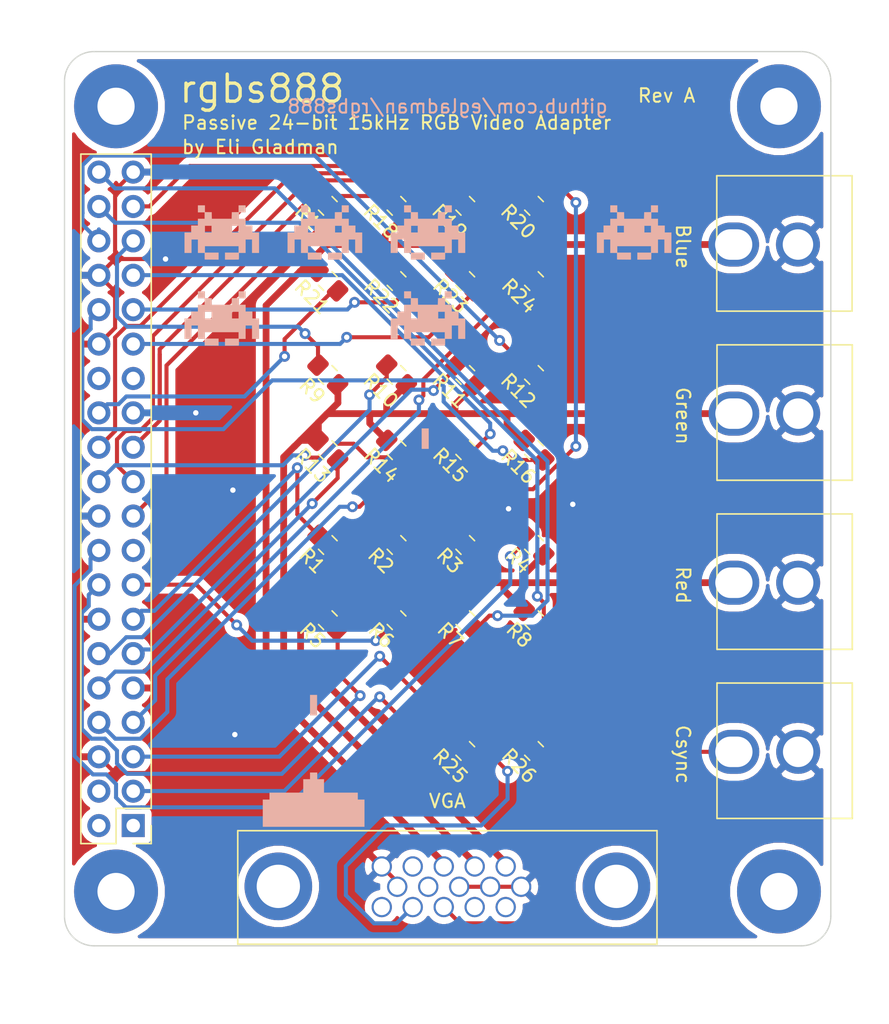
<source format=kicad_pcb>
(kicad_pcb (version 20171130) (host pcbnew 5.1.6-1.fc32)
  (layers (0 F.Cu signal) (31 B.Cu signal) (34 B.Paste user) (35 F.Paste user) (36 B.SilkS user) (37 F.SilkS user) (38 B.Mask user) (39 F.Mask user) (44 Edge.Cuts user))
  (net 0 "")
  (net 1 Earth)
  (net 2 /red[6])
  (net 3 /red[5])
  (net 4 /red[1])
  (net 5 /red[4])
  (net 6 /green[4])
  (net 7 /green[3])
  (net 8 /blue[3])
  (net 9 /blue[2])
  (net 10 /blue[4])
  (net 11 /blue[5])
  (net 12 /green[2])
  (net 13 /blue[6])
  (net 14 /green[1])
  (net 15 /red[3])
  (net 16 /red[2])
  (net 17 /green[6])
  (net 18 /green[5])
  (net 19 /blue[1])
  (net 20 /pi_hsync)
  (net 21 /pi_vsync)
  (net 22 +5V)
  (net 23 /red)
  (net 24 /green)
  (net 25 /blue)
  (net 26 /hsync)
  (net 27 /red[0])
  (net 28 /green[7])
  (net 29 /green[0])
  (net 30 "Net-(J6-Pad28)")
  (net 31 "Net-(J6-Pad27)")
  (net 32 /blue[7])
  (net 33 "Net-(J6-Pad17)")
  (net 34 /red[7])
  (net 35 /blue[0])
  (net 36 "Net-(J6-Pad4)")
  (net 37 "Net-(J6-Pad1)")
  (net 38 /vsync)
  (net 39 "Net-(J5-Pad15)")
  (net 40 "Net-(J5-Pad12)")
  (net 41 "Net-(J5-Pad11)")
  (net 42 "Net-(J5-Pad9)")
  (net 43 "Net-(J5-Pad4)")
  (module rgbs888:laser (layer B.Cu) (at 94.615 118.11 180)
    (fp_text reference G*** hide)
    (fp_text value LOGO hide)
  )
  (module rgbs888:laser (layer B.Cu) (at 102.87 98.425 180)
    (fp_text reference G*** hide)
    (fp_text value LOGO hide)
  )
  (module rgbs888:alien (layer B.Cu) (at 103.0732 89.5604 180)
    (fp_text reference G*** hide)
    (fp_text value LOGO hide)
  )
  (module rgbs888:alien (layer B.Cu) (at 87.8332 89.5604 180)
    (fp_text reference G*** hide)
    (fp_text value LOGO hide)
  )
  (module rgbs888:alien (layer B.Cu) (at 87.8332 83.2104 180)
    (fp_text reference G*** hide)
    (fp_text value LOGO hide)
  )
  (module rgbs888:alien (layer B.Cu) (at 95.4532 83.2104 180)
    (fp_text reference G*** hide)
    (fp_text value LOGO hide)
  )
  (module rgbs888:alien (layer B.Cu) (at 118.3132 83.2104 180)
    (fp_text reference G*** hide)
    (fp_text value LOGO hide)
  )
  (module rgbs888:alien (layer B.Cu) (at 103.0732 83.2104 180)
    (fp_text reference G*** hide)
    (fp_text value LOGO hide)
  )
  (module rgbs888:cannon (layer B.Cu) (at 94.615 125.095 180)
    (fp_text reference G*** hide)
    (fp_text value LOGO hide)
  )
  (module rgbs888:DB15_Female_THT (layer F.Cu) (at 104.5 134.5)
    (fp_text reference J5 hide)
    (fp_text value VGA (at 0 -9.3 180) (layer F.SilkS))
    (pad 15 thru_hole circle (at -4.84886 -1.47066) (size 1.5 1.5) (drill 1.19) (layers *.Cu *.Mask) (net 39 "Net-(J5-Pad15)"))
    (pad 14 thru_hole circle (at -2.56032 -1.47066) (size 1.5 1.5) (drill 1.19) (layers *.Cu *.Mask) (net 38 /vsync))
    (pad 13 thru_hole circle (at -0.26924 -1.4732) (size 1.5 1.5) (drill 1.19) (layers *.Cu *.Mask) (net 26 /hsync))
    (pad 12 thru_hole circle (at 2.0193 -1.47066) (size 1.5 1.5) (drill 1.19) (layers *.Cu *.Mask) (net 40 "Net-(J5-Pad12)"))
    (pad 11 thru_hole circle (at 4.31038 -1.47066) (size 1.5 1.5) (drill 1.19) (layers *.Cu *.Mask) (net 41 "Net-(J5-Pad11)"))
    (pad 10 thru_hole circle (at -3.70586 -2.9718) (size 1.5 1.5) (drill 1.19) (layers *.Cu *.Mask) (net 1 Earth))
    (pad "" thru_hole circle (at -12.49426 -3) (size 5 5) (drill 3.2) (layers *.Cu *.Mask))
    (pad 6 thru_hole circle (at 5.45592 -2.9718) (size 1.5 1.5) (drill 1.19) (layers *.Cu *.Mask) (net 1 Earth))
    (pad 7 thru_hole circle (at 3.16484 -2.9718) (size 1.5 1.5) (drill 1.19) (layers *.Cu *.Mask) (net 1 Earth))
    (pad 8 thru_hole circle (at 0.87376 -2.9718) (size 1.5 1.5) (drill 1.19) (layers *.Cu *.Mask) (net 1 Earth))
    (pad 9 thru_hole circle (at -1.41478 -2.9718) (size 1.5 1.5) (drill 1.19) (layers *.Cu *.Mask) (net 42 "Net-(J5-Pad9)"))
    (pad 5 thru_hole circle (at -4.84886 -4.4704) (size 1.5 1.5) (drill 1.19) (layers *.Cu *.Mask) (net 1 Earth))
    (pad 4 thru_hole circle (at -2.56032 -4.4704) (size 1.5 1.5) (drill 1.19) (layers *.Cu *.Mask) (net 43 "Net-(J5-Pad4)"))
    (pad 1 thru_hole circle (at 4.31038 -4.4704) (size 1.5 1.5) (drill 1.19) (layers *.Cu *.Mask) (net 23 /red))
    (pad 2 thru_hole circle (at 2.0193 -4.4704) (size 1.5 1.5) (drill 1.19) (layers *.Cu *.Mask) (net 24 /green))
    (pad 3 thru_hole circle (at -0.2667 -4.4704) (size 1.5 1.5) (drill 1.19) (layers *.Cu *.Mask) (net 25 /blue))
    (pad "" thru_hole circle (at 12.49426 -3) (size 5 5) (drill 3.2) (layers *.Cu *.Mask))
  )
  (module rgbs888:Pi_Hat_Mounting_Hole (layer F.Cu) (at 80.01 73.89 135)
    (fp_text reference H1 (at 0 -0.03 135) (layer F.SilkS))
    (fp_text value MountingHole)
    (pad "" thru_hole circle (at 0 0 135) (size 6.2 6.2) (drill 2.75) (layers *.Cu *.Mask))
  )
  (module rgbs888:Pi_Hat_Mounting_Hole (layer F.Cu) (at 129.01 73.89 135)
    (fp_text reference H3 (at 0.022 -0.03 135) (layer F.SilkS))
    (fp_text value MountingHole)
    (pad "" thru_hole circle (at 0 0 135) (size 6.2 6.2) (drill 2.75) (layers *.Cu *.Mask))
  )
  (module rgbs888:Pi_Hat_Mounting_Hole (layer F.Cu) (at 129.01 131.88 135)
    (fp_text reference H4 (at 0 0.254 135) (layer F.SilkS))
    (fp_text value MountingHole)
    (pad "" thru_hole circle (at 0 0 135) (size 6.2 6.2) (drill 2.75) (layers *.Cu *.Mask))
  )
  (module rgbs888:Pi_Hat_Mounting_Hole (layer F.Cu) (at 80.01 131.88 135)
    (fp_text reference H2 (at 0 0 135) (layer F.SilkS))
    (fp_text value MountingHole)
    (pad "" thru_hole circle (at 0 0 135) (size 6.2 6.2) (drill 2.75) (layers *.Cu *.Mask))
  )
  (module Resistor_SMD:R_0805_2012Metric_Pad1.15x1.40mm_HandSolder (layer F.Cu) (at 110.903 121.5 315)
    (fp_text reference R26 (at 0 1.553 135) (layer F.SilkS))
    (fp_text value 120)
    (pad 2 smd roundrect (at 1.025 0 315) (size 1.15 1.4) (layers F.Cu F.Paste F.Mask) (roundrect_rratio 0.217391) (net 20 /pi_hsync))
    (pad 1 smd roundrect (at -1.025 0 315) (size 1.15 1.4) (layers F.Cu F.Paste F.Mask) (roundrect_rratio 0.217391) (net 26 /hsync))
  )
  (module Resistor_SMD:R_0805_2012Metric_Pad1.15x1.40mm_HandSolder (layer F.Cu) (at 105.823 121.5 315)
    (fp_text reference R25 (at 0 1.573 135) (layer F.SilkS))
    (fp_text value 120)
    (pad 2 smd roundrect (at 1.025 0 315) (size 1.15 1.4) (layers F.Cu F.Paste F.Mask) (roundrect_rratio 0.217391) (net 21 /pi_vsync))
    (pad 1 smd roundrect (at -1.025 0 315) (size 1.15 1.4) (layers F.Cu F.Paste F.Mask) (roundrect_rratio 0.217391) (net 38 /vsync))
  )
  (module Resistor_SMD:R_0805_2012Metric_Pad1.15x1.40mm_HandSolder (layer F.Cu) (at 110.903 86.797 315)
    (fp_text reference R24 (at 0 1.553 135) (layer F.SilkS))
    (fp_text value 71K5)
    (pad 2 smd roundrect (at 1.025 0 315) (size 1.15 1.4) (layers F.Cu F.Paste F.Mask) (roundrect_rratio 0.217391) (net 35 /blue[0]))
    (pad 1 smd roundrect (at -1.025 0 315) (size 1.15 1.4) (layers F.Cu F.Paste F.Mask) (roundrect_rratio 0.217391) (net 25 /blue))
  )
  (module Resistor_SMD:R_0805_2012Metric_Pad1.15x1.40mm_HandSolder (layer F.Cu) (at 105.823 86.797 315)
    (fp_text reference R23 (at 0 1.573 135) (layer F.SilkS))
    (fp_text value 35K7)
    (pad 2 smd roundrect (at 1.025 0 315) (size 1.15 1.4) (layers F.Cu F.Paste F.Mask) (roundrect_rratio 0.217391) (net 19 /blue[1]))
    (pad 1 smd roundrect (at -1.025 0 315) (size 1.15 1.4) (layers F.Cu F.Paste F.Mask) (roundrect_rratio 0.217391) (net 25 /blue))
  )
  (module Resistor_SMD:R_0805_2012Metric_Pad1.15x1.40mm_HandSolder (layer F.Cu) (at 100.743 86.797 315)
    (fp_text reference R22 (at 0 1.593 135) (layer F.SilkS))
    (fp_text value 17K8)
    (pad 2 smd roundrect (at 1.025 0 315) (size 1.15 1.4) (layers F.Cu F.Paste F.Mask) (roundrect_rratio 0.217391) (net 9 /blue[2]))
    (pad 1 smd roundrect (at -1.025 0 315) (size 1.15 1.4) (layers F.Cu F.Paste F.Mask) (roundrect_rratio 0.217391) (net 25 /blue))
  )
  (module Resistor_SMD:R_0805_2012Metric_Pad1.15x1.40mm_HandSolder (layer F.Cu) (at 95.663 86.797 315)
    (fp_text reference R21 (at 0 1.663001 135) (layer F.SilkS))
    (fp_text value 8K87)
    (pad 2 smd roundrect (at 1.025 0 315) (size 1.15 1.4) (layers F.Cu F.Paste F.Mask) (roundrect_rratio 0.217391) (net 8 /blue[3]))
    (pad 1 smd roundrect (at -1.025 0 315) (size 1.15 1.4) (layers F.Cu F.Paste F.Mask) (roundrect_rratio 0.217391) (net 25 /blue))
  )
  (module Resistor_SMD:R_0805_2012Metric_Pad1.15x1.40mm_HandSolder (layer F.Cu) (at 110.903 81.242 135)
    (fp_text reference R20 (at 0 -1.65 135) (layer F.SilkS))
    (fp_text value 4K42)
    (pad 2 smd roundrect (at 1.025 0 135) (size 1.15 1.4) (layers F.Cu F.Paste F.Mask) (roundrect_rratio 0.217391) (net 10 /blue[4]))
    (pad 1 smd roundrect (at -1.025 0 135) (size 1.15 1.4) (layers F.Cu F.Paste F.Mask) (roundrect_rratio 0.217391) (net 25 /blue))
  )
  (module Resistor_SMD:R_0805_2012Metric_Pad1.15x1.40mm_HandSolder (layer F.Cu) (at 105.823 81.242 135)
    (fp_text reference R19 (at 0 -1.65 135) (layer F.SilkS))
    (fp_text value 2K21)
    (pad 2 smd roundrect (at 1.025 0 135) (size 1.15 1.4) (layers F.Cu F.Paste F.Mask) (roundrect_rratio 0.217391) (net 11 /blue[5]))
    (pad 1 smd roundrect (at -1.025 0 135) (size 1.15 1.4) (layers F.Cu F.Paste F.Mask) (roundrect_rratio 0.217391) (net 25 /blue))
  )
  (module Resistor_SMD:R_0805_2012Metric_Pad1.15x1.40mm_HandSolder (layer F.Cu) (at 100.743 81.242 135)
    (fp_text reference R18 (at 0 -1.65 135) (layer F.SilkS))
    (fp_text value 1K1)
    (pad 2 smd roundrect (at 1.025 0 135) (size 1.15 1.4) (layers F.Cu F.Paste F.Mask) (roundrect_rratio 0.217391) (net 13 /blue[6]))
    (pad 1 smd roundrect (at -1.025 0 135) (size 1.15 1.4) (layers F.Cu F.Paste F.Mask) (roundrect_rratio 0.217391) (net 25 /blue))
  )
  (module Resistor_SMD:R_0805_2012Metric_Pad1.15x1.40mm_HandSolder (layer F.Cu) (at 95.663 81.242 135)
    (fp_text reference R17 (at 0 -1.65 135) (layer F.SilkS))
    (fp_text value 549)
    (pad 2 smd roundrect (at 1.025 0 135) (size 1.15 1.4) (layers F.Cu F.Paste F.Mask) (roundrect_rratio 0.217391) (net 32 /blue[7]))
    (pad 1 smd roundrect (at -1.025 0 135) (size 1.15 1.4) (layers F.Cu F.Paste F.Mask) (roundrect_rratio 0.217391) (net 25 /blue))
  )
  (module Resistor_SMD:R_0805_2012Metric_Pad1.15x1.40mm_HandSolder (layer F.Cu) (at 110.903 99.286 315)
    (fp_text reference R16 (at 0.043134 1.673722 135) (layer F.SilkS))
    (fp_text value 71K5)
    (pad 2 smd roundrect (at 1.025 0 315) (size 1.15 1.4) (layers F.Cu F.Paste F.Mask) (roundrect_rratio 0.217391) (net 29 /green[0]))
    (pad 1 smd roundrect (at -1.025 0 315) (size 1.15 1.4) (layers F.Cu F.Paste F.Mask) (roundrect_rratio 0.217391) (net 24 /green))
  )
  (module Resistor_SMD:R_0805_2012Metric_Pad1.15x1.40mm_HandSolder (layer F.Cu) (at 105.823 99.286 315)
    (fp_text reference R15 (at 0 1.573 135) (layer F.SilkS))
    (fp_text value 35K7)
    (pad 2 smd roundrect (at 1.025 0 315) (size 1.15 1.4) (layers F.Cu F.Paste F.Mask) (roundrect_rratio 0.217391) (net 14 /green[1]))
    (pad 1 smd roundrect (at -1.025 0 315) (size 1.15 1.4) (layers F.Cu F.Paste F.Mask) (roundrect_rratio 0.217391) (net 24 /green))
  )
  (module Resistor_SMD:R_0805_2012Metric_Pad1.15x1.40mm_HandSolder (layer F.Cu) (at 100.743 99.286 315)
    (fp_text reference R14 (at 0 1.593 135) (layer F.SilkS))
    (fp_text value 17K8)
    (pad 2 smd roundrect (at 1.025 0 315) (size 1.15 1.4) (layers F.Cu F.Paste F.Mask) (roundrect_rratio 0.217391) (net 12 /green[2]))
    (pad 1 smd roundrect (at -1.025 0 315) (size 1.15 1.4) (layers F.Cu F.Paste F.Mask) (roundrect_rratio 0.217391) (net 24 /green))
  )
  (module Resistor_SMD:R_0805_2012Metric_Pad1.15x1.40mm_HandSolder (layer F.Cu) (at 95.663 99.286 315)
    (fp_text reference R13 (at 0 1.613 135) (layer F.SilkS))
    (fp_text value 8K87)
    (pad 2 smd roundrect (at 1.025 0 315) (size 1.15 1.4) (layers F.Cu F.Paste F.Mask) (roundrect_rratio 0.217391) (net 7 /green[3]))
    (pad 1 smd roundrect (at -1.025 0 315) (size 1.15 1.4) (layers F.Cu F.Paste F.Mask) (roundrect_rratio 0.217391) (net 24 /green))
  )
  (module Resistor_SMD:R_0805_2012Metric_Pad1.15x1.40mm_HandSolder (layer F.Cu) (at 110.903 93.731 135)
    (fp_text reference R12 (at 0 -1.65 135) (layer F.SilkS))
    (fp_text value 4K42)
    (pad 2 smd roundrect (at 1.025 0 135) (size 1.15 1.4) (layers F.Cu F.Paste F.Mask) (roundrect_rratio 0.217391) (net 6 /green[4]))
    (pad 1 smd roundrect (at -1.025 0 135) (size 1.15 1.4) (layers F.Cu F.Paste F.Mask) (roundrect_rratio 0.217391) (net 24 /green))
  )
  (module Resistor_SMD:R_0805_2012Metric_Pad1.15x1.40mm_HandSolder (layer F.Cu) (at 105.823 93.731 135)
    (fp_text reference R11 (at 0 -1.65 135) (layer F.SilkS))
    (fp_text value 2K21)
    (pad 2 smd roundrect (at 1.025 0 135) (size 1.15 1.4) (layers F.Cu F.Paste F.Mask) (roundrect_rratio 0.217391) (net 18 /green[5]))
    (pad 1 smd roundrect (at -1.025 0 135) (size 1.15 1.4) (layers F.Cu F.Paste F.Mask) (roundrect_rratio 0.217391) (net 24 /green))
  )
  (module Resistor_SMD:R_0805_2012Metric_Pad1.15x1.40mm_HandSolder (layer F.Cu) (at 100.743 93.731 135)
    (fp_text reference R10 (at 0 -1.65 135) (layer F.SilkS))
    (fp_text value 1K1)
    (pad 2 smd roundrect (at 1.025 0 135) (size 1.15 1.4) (layers F.Cu F.Paste F.Mask) (roundrect_rratio 0.217391) (net 17 /green[6]))
    (pad 1 smd roundrect (at -1.025 0 135) (size 1.15 1.4) (layers F.Cu F.Paste F.Mask) (roundrect_rratio 0.217391) (net 24 /green))
  )
  (module Resistor_SMD:R_0805_2012Metric_Pad1.15x1.40mm_HandSolder (layer F.Cu) (at 95.663 93.731 135)
    (fp_text reference R9 (at 0 -1.65 135) (layer F.SilkS))
    (fp_text value 549)
    (pad 2 smd roundrect (at 1.025 0 135) (size 1.15 1.4) (layers F.Cu F.Paste F.Mask) (roundrect_rratio 0.217391) (net 28 /green[7]))
    (pad 1 smd roundrect (at -1.025 0 135) (size 1.15 1.4) (layers F.Cu F.Paste F.Mask) (roundrect_rratio 0.217391) (net 24 /green))
  )
  (module Resistor_SMD:R_0805_2012Metric_Pad1.15x1.40mm_HandSolder (layer F.Cu) (at 110.903 111.843 315)
    (fp_text reference R8 (at 0 1.553 135) (layer F.SilkS))
    (fp_text value 71K5)
    (pad 2 smd roundrect (at 1.025 0 315) (size 1.15 1.4) (layers F.Cu F.Paste F.Mask) (roundrect_rratio 0.217391) (net 27 /red[0]))
    (pad 1 smd roundrect (at -1.025 0 315) (size 1.15 1.4) (layers F.Cu F.Paste F.Mask) (roundrect_rratio 0.217391) (net 23 /red))
  )
  (module Resistor_SMD:R_0805_2012Metric_Pad1.15x1.40mm_HandSolder (layer F.Cu) (at 105.823 111.843 315)
    (fp_text reference R7 (at 0 1.573 135) (layer F.SilkS))
    (fp_text value 35K7)
    (pad 2 smd roundrect (at 1.025 0 315) (size 1.15 1.4) (layers F.Cu F.Paste F.Mask) (roundrect_rratio 0.217391) (net 4 /red[1]))
    (pad 1 smd roundrect (at -1.025 0 315) (size 1.15 1.4) (layers F.Cu F.Paste F.Mask) (roundrect_rratio 0.217391) (net 23 /red))
  )
  (module Resistor_SMD:R_0805_2012Metric_Pad1.15x1.40mm_HandSolder (layer F.Cu) (at 100.743 111.843 315)
    (fp_text reference R6 (at 0 1.593 135) (layer F.SilkS))
    (fp_text value 17K8)
    (pad 2 smd roundrect (at 1.025 0 315) (size 1.15 1.4) (layers F.Cu F.Paste F.Mask) (roundrect_rratio 0.217391) (net 16 /red[2]))
    (pad 1 smd roundrect (at -1.025 0 315) (size 1.15 1.4) (layers F.Cu F.Paste F.Mask) (roundrect_rratio 0.217391) (net 23 /red))
  )
  (module Resistor_SMD:R_0805_2012Metric_Pad1.15x1.40mm_HandSolder (layer F.Cu) (at 95.663 111.843 315)
    (fp_text reference R5 (at 0 1.613 135) (layer F.SilkS))
    (fp_text value 8K87)
    (pad 2 smd roundrect (at 1.025 0 315) (size 1.15 1.4) (layers F.Cu F.Paste F.Mask) (roundrect_rratio 0.217391) (net 15 /red[3]))
    (pad 1 smd roundrect (at -1.025 0 315) (size 1.15 1.4) (layers F.Cu F.Paste F.Mask) (roundrect_rratio 0.217391) (net 23 /red))
  )
  (module Resistor_SMD:R_0805_2012Metric_Pad1.15x1.40mm_HandSolder (layer F.Cu) (at 110.903 106.288 135)
    (fp_text reference R4 (at 0 -1.65 135) (layer F.SilkS))
    (fp_text value 4K42)
    (pad 2 smd roundrect (at 1.025 0 135) (size 1.15 1.4) (layers F.Cu F.Paste F.Mask) (roundrect_rratio 0.217391) (net 5 /red[4]))
    (pad 1 smd roundrect (at -1.025 0 135) (size 1.15 1.4) (layers F.Cu F.Paste F.Mask) (roundrect_rratio 0.217391) (net 23 /red))
  )
  (module Resistor_SMD:R_0805_2012Metric_Pad1.15x1.40mm_HandSolder (layer F.Cu) (at 105.823 106.288 135)
    (fp_text reference R3 (at 0 -1.65 135) (layer F.SilkS))
    (fp_text value 2K21)
    (pad 2 smd roundrect (at 1.025 0 135) (size 1.15 1.4) (layers F.Cu F.Paste F.Mask) (roundrect_rratio 0.217391) (net 3 /red[5]))
    (pad 1 smd roundrect (at -1.025 0 135) (size 1.15 1.4) (layers F.Cu F.Paste F.Mask) (roundrect_rratio 0.217391) (net 23 /red))
  )
  (module Resistor_SMD:R_0805_2012Metric_Pad1.15x1.40mm_HandSolder (layer F.Cu) (at 100.743 106.288 135)
    (fp_text reference R2 (at 0 -1.65 135) (layer F.SilkS))
    (fp_text value 1K1)
    (pad 2 smd roundrect (at 1.025 0 135) (size 1.15 1.4) (layers F.Cu F.Paste F.Mask) (roundrect_rratio 0.217391) (net 2 /red[6]))
    (pad 1 smd roundrect (at -1.025 0 135) (size 1.15 1.4) (layers F.Cu F.Paste F.Mask) (roundrect_rratio 0.217391) (net 23 /red))
  )
  (module Resistor_SMD:R_0805_2012Metric_Pad1.15x1.40mm_HandSolder (layer F.Cu) (at 95.663 106.288 135)
    (fp_text reference R1 (at 0 -1.65 135) (layer F.SilkS))
    (fp_text value 549)
    (pad 2 smd roundrect (at 1.025 0 135) (size 1.15 1.4) (layers F.Cu F.Paste F.Mask) (roundrect_rratio 0.217391) (net 34 /red[7]))
    (pad 1 smd roundrect (at -1.025 0 135) (size 1.15 1.4) (layers F.Cu F.Paste F.Mask) (roundrect_rratio 0.217391) (net 23 /red))
  )
  (module rgbs888:RCA_Female_THT-1_Horizontal (layer F.Cu) (at 129.429 121.564 180)
    (fp_text reference J4 hide)
    (fp_text value Conn_Coaxial)
    (pad 1 thru_hole oval (at 3.75 0 180) (size 3.75 3.25) (drill oval 2.75 2.25) (layers *.Cu *.Mask) (net 26 /hsync))
    (pad 2 thru_hole circle (at -1 0 180) (size 3.25 3.25) (drill 2.25) (layers *.Cu *.Mask) (net 1 Earth))
  )
  (module rgbs888:RCA_Female_THT-1_Horizontal (layer F.Cu) (at 129.413 84.0994 180)
    (fp_text reference J3 hide)
    (fp_text value Conn_Coaxial)
    (pad 1 thru_hole oval (at 3.75 0 180) (size 3.75 3.25) (drill oval 2.75 2.25) (layers *.Cu *.Mask) (net 25 /blue))
    (pad 2 thru_hole circle (at -1 0 180) (size 3.25 3.25) (drill 2.25) (layers *.Cu *.Mask) (net 1 Earth))
  )
  (module rgbs888:RCA_Female_THT-1_Horizontal (layer F.Cu) (at 129.429 96.5877 180)
    (fp_text reference J2 hide)
    (fp_text value Conn_Coaxial)
    (pad 1 thru_hole oval (at 3.75 0 180) (size 3.75 3.25) (drill oval 2.75 2.25) (layers *.Cu *.Mask) (net 24 /green))
    (pad 2 thru_hole circle (at -1 0 180) (size 3.25 3.25) (drill 2.25) (layers *.Cu *.Mask) (net 1 Earth))
  )
  (module rgbs888:RCA_Female_THT-1_Horizontal (layer F.Cu) (at 129.429 109.076 180)
    (fp_text reference J1 hide)
    (fp_text value Conn_Coaxial)
    (pad 1 thru_hole oval (at 3.75 0 180) (size 3.75 3.25) (drill oval 2.75 2.25) (layers *.Cu *.Mask) (net 23 /red))
    (pad 2 thru_hole circle (at -1 0 180) (size 3.25 3.25) (drill 2.25) (layers *.Cu *.Mask) (net 1 Earth))
  )
  (module Connector_PinHeader_2.54mm:PinHeader_2x20_P2.54mm_Vertical (layer F.Cu) (at 81.28 127.01 180)
    (fp_text reference J6 hide)
    (fp_text value Conn_02x20_Odd_Even)
    (pad 40 thru_hole oval (at 2.54 48.26 180) (size 1.7 1.7) (drill 1) (layers *.Cu *.Mask) (net 4 /red[1]))
    (pad 39 thru_hole oval (at 0 48.26 180) (size 1.7 1.7) (drill 1) (layers *.Cu *.Mask) (net 1 Earth))
    (pad 38 thru_hole oval (at 2.54 45.72 180) (size 1.7 1.7) (drill 1) (layers *.Cu *.Mask) (net 27 /red[0]))
    (pad 37 thru_hole oval (at 0 45.72 180) (size 1.7 1.7) (drill 1) (layers *.Cu *.Mask) (net 2 /red[6]))
    (pad 36 thru_hole oval (at 2.54 43.18 180) (size 1.7 1.7) (drill 1) (layers *.Cu *.Mask) (net 6 /green[4]))
    (pad 35 thru_hole oval (at 0 43.18 180) (size 1.7 1.7) (drill 1) (layers *.Cu *.Mask) (net 28 /green[7]))
    (pad 34 thru_hole oval (at 2.54 40.64 180) (size 1.7 1.7) (drill 1) (layers *.Cu *.Mask) (net 1 Earth))
    (pad 33 thru_hole oval (at 0 40.64 180) (size 1.7 1.7) (drill 1) (layers *.Cu *.Mask) (net 14 /green[1]))
    (pad 32 thru_hole oval (at 2.54 38.1 180) (size 1.7 1.7) (drill 1) (layers *.Cu *.Mask) (net 29 /green[0]))
    (pad 31 thru_hole oval (at 0 38.1 180) (size 1.7 1.7) (drill 1) (layers *.Cu *.Mask) (net 9 /blue[2]))
    (pad 30 thru_hole oval (at 2.54 35.56 180) (size 1.7 1.7) (drill 1) (layers *.Cu *.Mask) (net 1 Earth))
    (pad 29 thru_hole oval (at 0 35.56 180) (size 1.7 1.7) (drill 1) (layers *.Cu *.Mask) (net 19 /blue[1]))
    (pad 28 thru_hole oval (at 2.54 33.02 180) (size 1.7 1.7) (drill 1) (layers *.Cu *.Mask) (net 30 "Net-(J6-Pad28)"))
    (pad 27 thru_hole oval (at 0 33.02 180) (size 1.7 1.7) (drill 1) (layers *.Cu *.Mask) (net 31 "Net-(J6-Pad27)"))
    (pad 26 thru_hole oval (at 2.54 30.48 180) (size 1.7 1.7) (drill 1) (layers *.Cu *.Mask) (net 8 /blue[3]))
    (pad 25 thru_hole oval (at 0 30.48 180) (size 1.7 1.7) (drill 1) (layers *.Cu *.Mask) (net 1 Earth))
    (pad 24 thru_hole oval (at 2.54 27.94 180) (size 1.7 1.7) (drill 1) (layers *.Cu *.Mask) (net 10 /blue[4]))
    (pad 23 thru_hole oval (at 0 27.94 180) (size 1.7 1.7) (drill 1) (layers *.Cu *.Mask) (net 32 /blue[7]))
    (pad 22 thru_hole oval (at 2.54 25.4 180) (size 1.7 1.7) (drill 1) (layers *.Cu *.Mask) (net 3 /red[5]))
    (pad 21 thru_hole oval (at 0 25.4 180) (size 1.7 1.7) (drill 1) (layers *.Cu *.Mask) (net 11 /blue[5]))
    (pad 20 thru_hole oval (at 2.54 22.86 180) (size 1.7 1.7) (drill 1) (layers *.Cu *.Mask) (net 1 Earth))
    (pad 19 thru_hole oval (at 0 22.86 180) (size 1.7 1.7) (drill 1) (layers *.Cu *.Mask) (net 13 /blue[6]))
    (pad 18 thru_hole oval (at 2.54 20.32 180) (size 1.7 1.7) (drill 1) (layers *.Cu *.Mask) (net 5 /red[4]))
    (pad 17 thru_hole oval (at 0 20.32 180) (size 1.7 1.7) (drill 1) (layers *.Cu *.Mask) (net 33 "Net-(J6-Pad17)"))
    (pad 16 thru_hole oval (at 2.54 17.78 180) (size 1.7 1.7) (drill 1) (layers *.Cu *.Mask) (net 15 /red[3]))
    (pad 15 thru_hole oval (at 0 17.78 180) (size 1.7 1.7) (drill 1) (layers *.Cu *.Mask) (net 16 /red[2]))
    (pad 14 thru_hole oval (at 2.54 15.24 180) (size 1.7 1.7) (drill 1) (layers *.Cu *.Mask) (net 1 Earth))
    (pad 13 thru_hole oval (at 0 15.24 180) (size 1.7 1.7) (drill 1) (layers *.Cu *.Mask) (net 34 /red[7]))
    (pad 12 thru_hole oval (at 2.54 12.7 180) (size 1.7 1.7) (drill 1) (layers *.Cu *.Mask) (net 17 /green[6]))
    (pad 11 thru_hole oval (at 0 12.7 180) (size 1.7 1.7) (drill 1) (layers *.Cu *.Mask) (net 18 /green[5]))
    (pad 10 thru_hole oval (at 2.54 10.16 180) (size 1.7 1.7) (drill 1) (layers *.Cu *.Mask) (net 7 /green[3]))
    (pad 9 thru_hole oval (at 0 10.16 180) (size 1.7 1.7) (drill 1) (layers *.Cu *.Mask) (net 1 Earth))
    (pad 8 thru_hole oval (at 2.54 7.62 180) (size 1.7 1.7) (drill 1) (layers *.Cu *.Mask) (net 12 /green[2]))
    (pad 7 thru_hole oval (at 0 7.62 180) (size 1.7 1.7) (drill 1) (layers *.Cu *.Mask) (net 35 /blue[0]))
    (pad 6 thru_hole oval (at 2.54 5.08 180) (size 1.7 1.7) (drill 1) (layers *.Cu *.Mask) (net 1 Earth))
    (pad 5 thru_hole oval (at 0 5.08 180) (size 1.7 1.7) (drill 1) (layers *.Cu *.Mask) (net 20 /pi_hsync))
    (pad 4 thru_hole oval (at 2.54 2.54 180) (size 1.7 1.7) (drill 1) (layers *.Cu *.Mask) (net 36 "Net-(J6-Pad4)"))
    (pad 3 thru_hole oval (at 0 2.54 180) (size 1.7 1.7) (drill 1) (layers *.Cu *.Mask) (net 21 /pi_vsync))
    (pad 2 thru_hole oval (at 2.54 0 180) (size 1.7 1.7) (drill 1) (layers *.Cu *.Mask) (net 22 +5V))
    (pad 1 thru_hole rect (at 0 0 180) (size 1.7 1.7) (drill 1) (layers *.Cu *.Mask) (net 37 "Net-(J6-Pad1)"))
  )
  (gr_text "Passive 24-bit 15kHz RGB Video Adapter" (at 100.75164 75.09764) (layer F.SilkS) (effects (font (size 1 1))))
  (gr_text "Rev A\n" (at 120.7 73.1) (layer F.SilkS) (effects (font (size 1 1))))
  (gr_text github.com/egladman/rgbs888 (at 104.509999 73.9) (layer B.SilkS) (effects (font (size 1 1)) (justify mirror)))
  (gr_text Csync (at 121.92 121.75 270) (layer F.SilkS) (effects (font (size 1 1))))
  (gr_text Blue (at 121.92 84.25 270) (layer F.SilkS) (effects (font (size 1 1))))
  (gr_text Green (at 121.92 96.75 270) (layer F.SilkS) (effects (font (size 1 1))))
  (gr_text "Red\n" (at 121.92 109.25 270) (layer F.SilkS) (effects (font (size 1 1))))
  (gr_text "by Eli Gladman" (at 90.67 76.9) (layer F.SilkS) (effects (font (size 1 1))))
  (gr_text "rgbs888\n" (at 90.8 72.6) (layer F.SilkS) (effects (font (size 2 2) (thickness 0.25))))
  (gr_arc (start 130.6576 133.7056) (end 130.6576 135.89) (angle -90) (layer Edge.Cuts) (width 0.1))
  (gr_arc (start 78.3844 133.7056) (end 76.2 133.7056) (angle -90) (layer Edge.Cuts) (width 0.1))
  (gr_arc (start 78.3844 72.0344) (end 78.3844 69.85) (angle -90) (layer Edge.Cuts) (width 0.1))
  (gr_arc (start 130.6576 72.0344) (end 132.842 72.0344) (angle -90) (layer Edge.Cuts) (width 0.1))
  (gr_line (start 132.842 72.0344) (end 132.842 133.7056) (layer Edge.Cuts) (width 0.1))
  (gr_line (start 78.3844 69.85) (end 130.6576 69.85) (layer Edge.Cuts) (width 0.1))
  (gr_line (start 76.2 133.7056) (end 76.2 72.0344) (layer Edge.Cuts) (width 0.1))
  (gr_line (start 130.6576 135.89) (end 78.3844 135.89) (layer Edge.Cuts) (width 0.1))
  (segment (start 100.79414 131.1726) (end 99.65114 130.0296) (width 0.3) (layer F.Cu) (net 1))
  (segment (start 100.79414 131.5282) (end 100.79414 131.1726) (width 0.3) (layer F.Cu) (net 1))
  (segment (start 109.95592 131.5282) (end 107.66484 131.5282) (width 0.3) (layer F.Cu) (net 1))
  (segment (start 107.66484 131.5282) (end 105.37376 131.5282) (width 0.3) (layer F.Cu) (net 1))
  (segment (start 81.28 96.53) (end 85.90518 96.53) (width 0.3) (layer B.Cu) (net 1))
  (segment (start 85.90518 96.53) (end 85.90518 96.53) (width 0.3) (layer B.Cu) (net 1))
  (via (at 85.90518 96.53) (size 0.8) (drill 0.4) (layers F.Cu B.Cu) (net 1))
  (segment (start 78.74 121.93) (end 79.940001 123.130001) (width 0.3) (layer F.Cu) (net 1))
  (segment (start 78.74 85.76056) (end 78.74 86.37) (width 0.3) (layer F.Cu) (net 1))
  (segment (start 79.940001 80.089999) (end 79.940001 84.560559) (width 0.3) (layer F.Cu) (net 1))
  (segment (start 81.28 78.75) (end 79.940001 80.089999) (width 0.3) (layer F.Cu) (net 1))
  (segment (start 79.940001 90.249999) (end 78.74 91.45) (width 0.3) (layer F.Cu) (net 1))
  (segment (start 79.940001 87.570001) (end 79.940001 90.249999) (width 0.3) (layer F.Cu) (net 1))
  (segment (start 78.74 86.37) (end 79.940001 87.570001) (width 0.3) (layer F.Cu) (net 1))
  (segment (start 81.6129 79.0829) (end 81.28 78.75) (width 0.3) (layer B.Cu) (net 1))
  (via (at 88.79078 120.28932) (size 0.8) (drill 0.4) (layers F.Cu B.Cu) (net 1))
  (segment (start 87.84336 120.28932) (end 85.002679 123.130001) (width 0.3) (layer F.Cu) (net 1))
  (segment (start 88.79078 120.28932) (end 87.84336 120.28932) (width 0.3) (layer F.Cu) (net 1))
  (segment (start 79.940001 123.130001) (end 85.002679 123.130001) (width 0.3) (layer F.Cu) (net 1))
  (segment (start 79.940001 85.169999) (end 83.668881 85.169999) (width 0.3) (layer F.Cu) (net 1))
  (segment (start 78.74 86.37) (end 79.940001 85.169999) (width 0.3) (layer F.Cu) (net 1))
  (segment (start 79.940001 84.560559) (end 79.940001 85.169999) (width 0.3) (layer F.Cu) (net 1))
  (segment (start 83.668881 85.169999) (end 83.668881 85.169999) (width 0.3) (layer F.Cu) (net 1))
  (via (at 83.668881 85.169999) (size 0.8) (drill 0.4) (layers F.Cu B.Cu) (net 1))
  (segment (start 85.90518 96.53) (end 86.82974 96.53) (width 0.3) (layer F.Cu) (net 1))
  (segment (start 86.82974 96.53) (end 88.646 98.34626) (width 0.3) (layer F.Cu) (net 1))
  (segment (start 88.646 98.34626) (end 88.646 102.23754) (width 0.3) (layer F.Cu) (net 1))
  (segment (start 88.646 102.23754) (end 88.646 102.23754) (width 0.3) (layer F.Cu) (net 1))
  (via (at 88.646 102.23754) (size 0.8) (drill 0.4) (layers F.Cu B.Cu) (net 1))
  (via (at 113.76914 103.28402) (size 0.8) (drill 0.4) (layers F.Cu B.Cu) (net 1))
  (segment (start 113.76914 103.28402) (end 109.35208 103.28402) (width 0.3) (layer F.Cu) (net 1))
  (segment (start 109.35208 103.28402) (end 109.02188 103.61422) (width 0.3) (layer F.Cu) (net 1))
  (segment (start 109.02188 103.61422) (end 108.9914 103.6447) (width 0.3) (layer F.Cu) (net 1))
  (via (at 109.02188 103.61422) (size 0.8) (drill 0.4) (layers F.Cu B.Cu) (net 1))
  (segment (start 114 81) (end 114 81) (width 0.3) (layer F.Cu) (net 2))
  (via (at 114 81) (size 0.8) (drill 0.4) (layers F.Cu B.Cu) (net 2))
  (via (at 114 99) (size 0.8) (drill 0.4) (layers F.Cu B.Cu) (net 2))
  (segment (start 114 81) (end 114 99) (width 0.3) (layer B.Cu) (net 2))
  (segment (start 82.4803 81.28) (end 81.28 81.28) (width 0.3) (layer F.Cu) (net 2))
  (segment (start 85.4611 78.2992) (end 82.4803 81.28) (width 0.3) (layer F.Cu) (net 2))
  (segment (start 111.2992 78.2992) (end 85.4611 78.2992) (width 0.3) (layer F.Cu) (net 2))
  (segment (start 114 81) (end 111.2992 78.2992) (width 0.3) (layer F.Cu) (net 2))
  (segment (start 101.938 105.5632) (end 100.0182 105.5632) (width 0.3) (layer F.Cu) (net 2))
  (segment (start 105.3165 106.7238) (end 103.0986 106.7238) (width 0.3) (layer F.Cu) (net 2))
  (segment (start 103.0986 106.7238) (end 101.938 105.5632) (width 0.3) (layer F.Cu) (net 2))
  (segment (start 106.40568 104.26446) (end 106.40568 105.63462) (width 0.3) (layer F.Cu) (net 2))
  (segment (start 108.49999 102.17015) (end 106.40568 104.26446) (width 0.3) (layer F.Cu) (net 2))
  (segment (start 106.40568 105.63462) (end 105.3165 106.7238) (width 0.3) (layer F.Cu) (net 2))
  (segment (start 110.82985 102.17015) (end 108.49999 102.17015) (width 0.3) (layer F.Cu) (net 2))
  (segment (start 114 99) (end 110.82985 102.17015) (width 0.3) (layer F.Cu) (net 2))
  (segment (start 93.9571 99.6704) (end 94.1201 99.8334) (width 0.3) (layer F.Cu) (net 3))
  (segment (start 94.1201 99.8334) (end 95.1863 99.8334) (width 0.3) (layer F.Cu) (net 3))
  (segment (start 95.1863 99.8334) (end 96.2106 98.8091) (width 0.3) (layer F.Cu) (net 3))
  (segment (start 96.2106 98.8091) (end 97.5719 98.8091) (width 0.3) (layer F.Cu) (net 3))
  (segment (start 97.5719 98.8091) (end 98.5744 99.8116) (width 0.3) (layer F.Cu) (net 3))
  (segment (start 98.5744 99.8116) (end 100.2881 99.8116) (width 0.3) (layer F.Cu) (net 3))
  (segment (start 100.2881 99.8116) (end 101.2497 98.85) (width 0.3) (layer F.Cu) (net 3))
  (segment (start 101.2497 98.85) (end 101.8271 98.85) (width 0.3) (layer F.Cu) (net 3))
  (segment (start 101.8271 98.85) (end 105.0982 102.1211) (width 0.3) (layer F.Cu) (net 3))
  (segment (start 105.0982 102.1211) (end 105.0982 105.5632) (width 0.3) (layer F.Cu) (net 3))
  (segment (start 80.7654 100.3997) (end 92.3464 100.3997) (width 0.3) (layer B.Cu) (net 3))
  (segment (start 92.3464 100.3997) (end 93.0757 99.6704) (width 0.3) (layer B.Cu) (net 3))
  (segment (start 93.0757 99.6704) (end 93.9571 99.6704) (width 0.3) (layer B.Cu) (net 3))
  (via (at 93.9571 99.6704) (size 0.8) (layers F.Cu B.Cu) (net 3))
  (segment (start 79.9503 100.3997) (end 80.7654 100.3997) (width 0.3) (layer B.Cu) (net 3))
  (segment (start 78.74 101.61) (end 79.9503 100.3997) (width 0.3) (layer B.Cu) (net 3))
  (segment (start 108.2098 111.5086) (end 107.607 111.5086) (width 0.3) (layer F.Cu) (net 4))
  (segment (start 107.607 111.5086) (end 106.5478 112.5678) (width 0.3) (layer F.Cu) (net 4))
  (via (at 108.2098 111.5086) (size 0.8) (layers F.Cu B.Cu) (net 4))
  (segment (start 111.904 110.3806) (end 111.904 100.1113) (width 0.3) (layer B.Cu) (net 4))
  (segment (start 110.776 111.5086) (end 111.904 110.3806) (width 0.3) (layer B.Cu) (net 4))
  (segment (start 108.2098 111.5086) (end 110.776 111.5086) (width 0.3) (layer B.Cu) (net 4))
  (segment (start 79.940001 79.950001) (end 78.74 78.75) (width 0.3) (layer B.Cu) (net 4))
  (segment (start 91.742701 79.950001) (end 79.940001 79.950001) (width 0.3) (layer B.Cu) (net 4))
  (segment (start 111.904 100.1113) (end 91.742701 79.950001) (width 0.3) (layer B.Cu) (net 4))
  (segment (start 109.1485 107.1381) (end 110.1782 106.1084) (width 0.3) (layer F.Cu) (net 5))
  (segment (start 110.1782 106.1084) (end 110.1782 105.5632) (width 0.3) (layer F.Cu) (net 5))
  (segment (start 76.9426 109.3026) (end 76.9426 121.8707) (width 0.3) (layer B.Cu) (net 5))
  (segment (start 76.9426 121.8707) (end 78.3037 123.2318) (width 0.3) (layer B.Cu) (net 5))
  (segment (start 78.3037 123.2318) (end 79.2963 123.2318) (width 0.3) (layer B.Cu) (net 5))
  (segment (start 79.2963 123.2318) (end 80.01 123.9455) (width 0.3) (layer B.Cu) (net 5))
  (segment (start 80.01 123.9455) (end 80.01 124.9438) (width 0.3) (layer B.Cu) (net 5))
  (via (at 109.1485 107.1381) (size 0.8) (layers F.Cu B.Cu) (net 5))
  (segment (start 78.1226 107.2974) (end 78.74 106.68) (width 0.3) (layer B.Cu) (net 5))
  (segment (start 78.1226 108.1226) (end 78.1226 107.2974) (width 0.3) (layer B.Cu) (net 5))
  (segment (start 78.1226 108.1226) (end 76.9426 109.3026) (width 0.3) (layer B.Cu) (net 5))
  (segment (start 109.1485 109.1815) (end 109.1485 107.1381) (width 0.3) (layer B.Cu) (net 5))
  (segment (start 92.6684 125.6616) (end 109.1485 109.1815) (width 0.3) (layer B.Cu) (net 5))
  (segment (start 80.736201 125.670001) (end 80.01 124.9438) (width 0.3) (layer B.Cu) (net 5))
  (segment (start 81.856001 125.670001) (end 80.736201 125.670001) (width 0.3) (layer B.Cu) (net 5))
  (segment (start 81.864402 125.6616) (end 81.856001 125.670001) (width 0.3) (layer B.Cu) (net 5))
  (segment (start 92.6684 125.6616) (end 81.864402 125.6616) (width 0.3) (layer B.Cu) (net 5))
  (segment (start 108.3608 91.1828) (end 110.1782 93.0002) (width 0.3) (layer F.Cu) (net 6))
  (segment (start 110.1782 93.0002) (end 110.1782 93.0062) (width 0.3) (layer F.Cu) (net 6))
  (segment (start 77.5246 81.7794) (end 77.5246 78.2506) (width 0.3) (layer B.Cu) (net 6))
  (segment (start 77.5246 78.2506) (end 78.2463 77.5289) (width 0.3) (layer B.Cu) (net 6))
  (segment (start 78.2463 77.5289) (end 94.7069 77.5289) (width 0.3) (layer B.Cu) (net 6))
  (segment (start 94.7069 77.5289) (end 108.3608 91.1828) (width 0.3) (layer B.Cu) (net 6))
  (via (at 108.3608 91.1828) (size 0.8) (layers F.Cu B.Cu) (net 6))
  (segment (start 78.74 82.979401) (end 78.74 83.82) (width 0.3) (layer B.Cu) (net 6))
  (segment (start 77.5246 81.7794) (end 77.539999 81.7794) (width 0.3) (layer B.Cu) (net 6))
  (segment (start 77.5246 82.6146) (end 77.5246 78.2506) (width 0.3) (layer B.Cu) (net 6))
  (segment (start 78.74 83.83) (end 77.5246 82.6146) (width 0.3) (layer B.Cu) (net 6))
  (segment (start 94.5071 103.2316) (end 96.3878 101.3509) (width 0.3) (layer F.Cu) (net 7))
  (segment (start 96.3878 101.3509) (end 96.3878 100.0108) (width 0.3) (layer F.Cu) (net 7))
  (via (at 94.5071 103.2316) (size 0.8) (layers F.Cu B.Cu) (net 7))
  (segment (start 79.9403 115.6397) (end 78.74 116.84) (width 0.3) (layer B.Cu) (net 7))
  (segment (start 82.099 115.6397) (end 79.9403 115.6397) (width 0.3) (layer B.Cu) (net 7))
  (segment (start 94.5071 103.2316) (end 82.099 115.6397) (width 0.3) (layer B.Cu) (net 7))
  (segment (start 92.4667 92.3592) (end 92.4667 91.081) (width 0.3) (layer F.Cu) (net 8))
  (segment (start 92.4667 91.081) (end 96.0259 87.5218) (width 0.3) (layer F.Cu) (net 8))
  (segment (start 96.0259 87.5218) (end 96.3878 87.5218) (width 0.3) (layer F.Cu) (net 8))
  (segment (start 80.7654 95.3197) (end 89.5062 95.3197) (width 0.3) (layer B.Cu) (net 8))
  (segment (start 89.5062 95.3197) (end 92.4667 92.3592) (width 0.3) (layer B.Cu) (net 8))
  (via (at 92.4667 92.3592) (size 0.8) (layers F.Cu B.Cu) (net 8))
  (segment (start 79.36745 95.89255) (end 78.74 96.52) (width 0.3) (layer B.Cu) (net 8))
  (segment (start 80.19255 95.89255) (end 79.36745 95.89255) (width 0.3) (layer B.Cu) (net 8))
  (segment (start 80.19255 95.89255) (end 80.7654 95.3197) (width 0.3) (layer B.Cu) (net 8))
  (segment (start 97.6403 88.3666) (end 100.623 88.3666) (width 0.3) (layer F.Cu) (net 9))
  (segment (start 100.623 88.3666) (end 101.4678 87.5218) (width 0.3) (layer F.Cu) (net 9))
  (segment (start 81.28 88.9) (end 97.1069 88.9) (width 0.3) (layer B.Cu) (net 9))
  (segment (start 97.1069 88.9) (end 97.6403 88.3666) (width 0.3) (layer B.Cu) (net 9))
  (via (at 97.6403 88.3666) (size 0.8) (layers F.Cu B.Cu) (net 9))
  (segment (start 108.4975 78.8365) (end 93.0896 78.8365) (width 0.3) (layer F.Cu) (net 10))
  (segment (start 110.1782 80.5172) (end 108.4975 78.8365) (width 0.3) (layer F.Cu) (net 10))
  (segment (start 79.940001 97.869999) (end 78.74 99.07) (width 0.3) (layer F.Cu) (net 10))
  (segment (start 79.940001 90.957119) (end 79.940001 97.869999) (width 0.3) (layer F.Cu) (net 10))
  (segment (start 80.787119 90.110001) (end 79.940001 90.957119) (width 0.3) (layer F.Cu) (net 10))
  (segment (start 81.816099 90.110001) (end 80.787119 90.110001) (width 0.3) (layer F.Cu) (net 10))
  (segment (start 93.0896 78.8365) (end 81.816099 90.110001) (width 0.3) (layer F.Cu) (net 10))
  (segment (start 103.9406 79.3596) (end 94.2324 79.3596) (width 0.3) (layer F.Cu) (net 11))
  (segment (start 105.0982 80.5172) (end 103.9406 79.3596) (width 0.3) (layer F.Cu) (net 11))
  (segment (start 80.079999 100.409999) (end 81.28 101.61) (width 0.3) (layer F.Cu) (net 11))
  (segment (start 80.079999 98.493999) (end 80.079999 100.409999) (width 0.3) (layer F.Cu) (net 11))
  (segment (start 80.703999 97.869999) (end 80.079999 98.493999) (width 0.3) (layer F.Cu) (net 11))
  (segment (start 81.772881 97.869999) (end 80.703999 97.869999) (width 0.3) (layer F.Cu) (net 11))
  (segment (start 82.73689 96.90599) (end 81.772881 97.869999) (width 0.3) (layer F.Cu) (net 11))
  (segment (start 82.73689 90.85511) (end 82.73689 96.90599) (width 0.3) (layer F.Cu) (net 11))
  (segment (start 94.2324 79.3596) (end 82.73689 90.85511) (width 0.3) (layer F.Cu) (net 11))
  (segment (start 97.484 103.465) (end 98.0136 103.465) (width 0.3) (layer F.Cu) (net 12))
  (segment (start 98.0136 103.465) (end 101.4678 100.0108) (width 0.3) (layer F.Cu) (net 12))
  (via (at 97.484 103.465) (size 0.8) (layers F.Cu B.Cu) (net 12))
  (segment (start 96.5414 103.465) (end 97.484 103.465) (width 0.3) (layer B.Cu) (net 12))
  (segment (start 83.8 118.6123) (end 83.8 116.2064) (width 0.3) (layer B.Cu) (net 12))
  (segment (start 81.8175 120.5948) (end 83.8 118.6123) (width 0.3) (layer B.Cu) (net 12))
  (segment (start 83.8 116.2064) (end 96.5414 103.465) (width 0.3) (layer B.Cu) (net 12))
  (segment (start 79.9548 120.5948) (end 81.8175 120.5948) (width 0.3) (layer B.Cu) (net 12))
  (segment (start 78.74 119.38) (end 79.9548 120.5948) (width 0.3) (layer B.Cu) (net 12))
  (segment (start 83.7389 101.6811) (end 81.28 104.14) (width 0.3) (layer F.Cu) (net 13))
  (segment (start 83.7389 93.0306) (end 83.7389 101.6811) (width 0.3) (layer F.Cu) (net 13))
  (segment (start 96.2523 80.5172) (end 83.7389 93.0306) (width 0.3) (layer F.Cu) (net 13))
  (segment (start 100.0182 80.5172) (end 96.2523 80.5172) (width 0.3) (layer F.Cu) (net 13))
  (segment (start 107.6666 98.0817) (end 107.6666 97.3034) (width 0.3) (layer B.Cu) (net 14))
  (segment (start 107.6666 97.3034) (end 96.7232 86.36) (width 0.3) (layer B.Cu) (net 14))
  (segment (start 96.7232 86.36) (end 81.28 86.36) (width 0.3) (layer B.Cu) (net 14))
  (segment (start 107.6666 98.0817) (end 106.5478 99.2005) (width 0.3) (layer F.Cu) (net 14))
  (segment (start 106.5478 99.2005) (end 106.5478 100.0108) (width 0.3) (layer F.Cu) (net 14))
  (via (at 107.6666 98.0817) (size 0.8) (layers F.Cu B.Cu) (net 14))
  (segment (start 98.0546 117.4143) (end 96.3878 115.7475) (width 0.3) (layer F.Cu) (net 15))
  (segment (start 96.3878 115.7475) (end 96.3878 112.5678) (width 0.3) (layer F.Cu) (net 15))
  (via (at 98.0546 117.4143) (size 0.8) (layers F.Cu B.Cu) (net 15))
  (segment (start 77.9926 109.9674) (end 78.74 109.22) (width 0.3) (layer B.Cu) (net 15))
  (segment (start 77.9926 110.7926) (end 77.9926 109.9674) (width 0.3) (layer B.Cu) (net 15))
  (segment (start 77.4849 111.3003) (end 77.9926 110.7926) (width 0.3) (layer B.Cu) (net 15))
  (segment (start 79.192201 120.590001) (end 78.194201 120.590001) (width 0.3) (layer B.Cu) (net 15))
  (segment (start 77.4849 119.8807) (end 77.4849 111.3003) (width 0.3) (layer B.Cu) (net 15))
  (segment (start 80.0796 122.4331) (end 80.0796 121.4774) (width 0.3) (layer B.Cu) (net 15))
  (segment (start 78.194201 120.590001) (end 77.4849 119.8807) (width 0.3) (layer B.Cu) (net 15))
  (segment (start 80.0796 121.4774) (end 79.192201 120.590001) (width 0.3) (layer B.Cu) (net 15))
  (segment (start 80.8365 123.19) (end 80.0796 122.4331) (width 0.3) (layer B.Cu) (net 15))
  (segment (start 92.26 123.19) (end 80.8365 123.19) (width 0.3) (layer B.Cu) (net 15))
  (segment (start 98.0357 117.4143) (end 92.26 123.19) (width 0.3) (layer B.Cu) (net 15))
  (segment (start 98.0546 117.4143) (end 98.0357 117.4143) (width 0.3) (layer B.Cu) (net 15))
  (segment (start 81.28 109.22) (end 85.95 109.22) (width 0.3) (layer F.Cu) (net 16))
  (segment (start 85.95 109.22) (end 88.9266 112.1966) (width 0.3) (layer F.Cu) (net 16))
  (segment (start 99.1996 113.3555) (end 99.9873 112.5678) (width 0.3) (layer F.Cu) (net 16))
  (segment (start 99.9873 112.5678) (end 101.4678 112.5678) (width 0.3) (layer F.Cu) (net 16))
  (segment (start 88.9266 112.1966) (end 90.0855 113.3555) (width 0.3) (layer B.Cu) (net 16))
  (segment (start 90.0855 113.3555) (end 99.1996 113.3555) (width 0.3) (layer B.Cu) (net 16))
  (via (at 99.1996 113.3555) (size 0.8) (layers F.Cu B.Cu) (net 16))
  (via (at 88.9266 112.1966) (size 0.8) (layers F.Cu B.Cu) (net 16))
  (segment (start 80.7654 113.0997) (end 81.958 113.0997) (width 0.3) (layer B.Cu) (net 17))
  (segment (start 81.958 113.0997) (end 98.7479 96.3098) (width 0.3) (layer B.Cu) (net 17))
  (segment (start 98.7479 96.3098) (end 98.7479 95.1909) (width 0.3) (layer B.Cu) (net 17))
  (segment (start 98.7479 95.1909) (end 100.0182 93.9206) (width 0.3) (layer F.Cu) (net 17))
  (segment (start 100.0182 93.9206) (end 100.0182 93.0062) (width 0.3) (layer F.Cu) (net 17))
  (via (at 98.7479 95.1909) (size 0.8) (layers F.Cu B.Cu) (net 17))
  (segment (start 80.7654 113.099999) (end 79.565399 114.3) (width 0.3) (layer B.Cu) (net 17))
  (segment (start 79.565399 114.3) (end 78.74 114.3) (width 0.3) (layer B.Cu) (net 17))
  (segment (start 80.7654 113.0997) (end 80.7654 113.099999) (width 0.3) (layer B.Cu) (net 17))
  (segment (start 103.4761 94.8815) (end 105.0982 93.2594) (width 0.3) (layer F.Cu) (net 18))
  (segment (start 105.0982 93.2594) (end 105.0982 93.0062) (width 0.3) (layer F.Cu) (net 18))
  (segment (start 101.8381 94.8192) (end 103.4138 94.8192) (width 0.3) (layer B.Cu) (net 18))
  (segment (start 103.4138 94.8192) (end 103.4761 94.8815) (width 0.3) (layer B.Cu) (net 18))
  (via (at 103.4761 94.8815) (size 0.8) (layers F.Cu B.Cu) (net 18))
  (segment (start 81.58447 114.00553) (end 81.28 114.31) (width 0.3) (layer B.Cu) (net 18))
  (segment (start 82.65177 114.00553) (end 81.58447 114.00553) (width 0.3) (layer B.Cu) (net 18))
  (segment (start 82.65177 114.00553) (end 101.8381 94.8192) (width 0.3) (layer B.Cu) (net 18))
  (segment (start 81.28 91.44) (end 82.4803 91.44) (width 0.3) (layer B.Cu) (net 19))
  (segment (start 97.0599 90.9468) (end 103.1228 90.9468) (width 0.3) (layer F.Cu) (net 19))
  (segment (start 103.1228 90.9468) (end 106.5478 87.5218) (width 0.3) (layer F.Cu) (net 19))
  (segment (start 82.4803 91.44) (end 96.5667 91.44) (width 0.3) (layer B.Cu) (net 19))
  (segment (start 96.5667 91.44) (end 97.0599 90.9468) (width 0.3) (layer B.Cu) (net 19))
  (via (at 97.0599 90.9468) (size 0.8) (layers F.Cu B.Cu) (net 19))
  (segment (start 111.6276 122.225) (end 111.6278 122.2248) (width 0.3) (layer F.Cu) (net 20))
  (segment (start 111.6276 122.225) (end 111.628 122.225) (width 0.3) (layer F.Cu) (net 20))
  (segment (start 99.5 114.5) (end 103.5 118.5) (width 0.3) (layer F.Cu) (net 20))
  (segment (start 103.5 118.5) (end 106.277 118.5) (width 0.3) (layer F.Cu) (net 20))
  (segment (start 106.277 118.5) (end 110.001 122.225) (width 0.3) (layer F.Cu) (net 20))
  (segment (start 110.001 122.225) (end 111.6276 122.225) (width 0.3) (layer F.Cu) (net 20))
  (segment (start 81.28 121.92) (end 92.08 121.92) (width 0.3) (layer B.Cu) (net 20))
  (segment (start 92.08 121.92) (end 99.5 114.5) (width 0.3) (layer B.Cu) (net 20))
  (via (at 99.5 114.5) (size 0.8) (layers F.Cu B.Cu) (net 20))
  (segment (start 106.5476 122.225) (end 106.5478 122.2248) (width 0.3) (layer F.Cu) (net 21))
  (segment (start 106.5476 122.225) (end 106.548 122.225) (width 0.3) (layer F.Cu) (net 21))
  (segment (start 99.5 117.5) (end 104.225 122.225) (width 0.3) (layer F.Cu) (net 21))
  (segment (start 104.225 122.225) (end 106.5476 122.225) (width 0.3) (layer F.Cu) (net 21))
  (via (at 99.5 117.5) (size 0.8) (layers F.Cu B.Cu) (net 21))
  (segment (start 81.53 124.71) (end 81.28 124.46) (width 0.3) (layer B.Cu) (net 21))
  (segment (start 81.28 124.46) (end 92.45 124.46) (width 0.3) (layer B.Cu) (net 21))
  (segment (start 99.41 117.5) (end 99.5 117.5) (width 0.3) (layer B.Cu) (net 21))
  (segment (start 92.45 124.46) (end 99.41 117.5) (width 0.3) (layer B.Cu) (net 21))
  (segment (start 105.098 111.118) (end 105.0982 111.1182) (width 0.5) (layer F.Cu) (net 23))
  (segment (start 105.098 111.118) (end 103.75 109.77) (width 0.5) (layer F.Cu) (net 23))
  (segment (start 103.75 109.77) (end 103.75 109.144) (width 0.5) (layer F.Cu) (net 23))
  (segment (start 103.75 109.144) (end 103.678 109.072) (width 0.5) (layer F.Cu) (net 23))
  (segment (start 110.1782 111.1182) (end 110.178 111.118) (width 0.5) (layer F.Cu) (net 23))
  (segment (start 110.178 111.118) (end 108.678 109.618) (width 0.5) (layer F.Cu) (net 23))
  (segment (start 108.678 109.618) (end 108.678 109.072) (width 0.5) (layer F.Cu) (net 23))
  (segment (start 108.8104 130.0296) (end 108.82 130.02) (width 0.5) (layer F.Cu) (net 23))
  (segment (start 108.82 130.02) (end 108.82 129.78) (width 0.5) (layer F.Cu) (net 23))
  (segment (start 108.82 129.78) (end 93.65 114.609) (width 0.5) (layer F.Cu) (net 23))
  (segment (start 93.65 114.609) (end 93.65 111.09) (width 0.5) (layer F.Cu) (net 23))
  (segment (start 99.3481 110.448) (end 100.0182 111.1181) (width 0.5) (layer F.Cu) (net 23))
  (segment (start 100.0182 111.1181) (end 100.0182 111.1182) (width 0.5) (layer F.Cu) (net 23))
  (segment (start 99.3481 110.448) (end 98.6782 109.778) (width 0.5) (layer F.Cu) (net 23))
  (segment (start 98.6782 109.778) (end 98.6782 109.072) (width 0.5) (layer F.Cu) (net 23))
  (segment (start 100.018 111.118) (end 99.3481 110.448) (width 0.5) (layer F.Cu) (net 23))
  (segment (start 111.6278 107.0128) (end 111.628 107.013) (width 0.5) (layer F.Cu) (net 23))
  (segment (start 106.5478 107.0128) (end 106.548 107.013) (width 0.5) (layer F.Cu) (net 23))
  (segment (start 101.4678 107.0128) (end 101.468 107.013) (width 0.5) (layer F.Cu) (net 23))
  (segment (start 94.9382 110.978) (end 94.9382 110.838) (width 0.5) (layer F.Cu) (net 23))
  (segment (start 94.9382 111.118) (end 94.9382 110.978) (width 0.5) (layer F.Cu) (net 23))
  (segment (start 94.9382 110.978) (end 94.9382 111.118) (width 0.5) (layer F.Cu) (net 23))
  (segment (start 94.9382 111.118) (end 94.5182 111.118) (width 0.5) (layer F.Cu) (net 23))
  (segment (start 94.5182 111.118) (end 94.4 111) (width 0.5) (layer F.Cu) (net 23))
  (segment (start 94.4 111) (end 94.4 110.8) (width 0.5) (layer F.Cu) (net 23))
  (segment (start 94.4 110.8) (end 94.6 110.6) (width 0.5) (layer F.Cu) (net 23))
  (segment (start 94.6 110.6) (end 94.9382 110.938) (width 0.5) (layer F.Cu) (net 23))
  (segment (start 94.9382 110.938) (end 94.9382 110.978) (width 0.5) (layer F.Cu) (net 23))
  (segment (start 94.9382 111.118) (end 94.9382 111.1182) (width 0.5) (layer F.Cu) (net 23))
  (segment (start 94.9382 110.978) (end 94.9382 110.838) (width 0.5) (layer F.Cu) (net 23))
  (segment (start 94.9382 111.118) (end 94.9382 110.978) (width 0.5) (layer F.Cu) (net 23))
  (segment (start 96.3878 107.013) (end 96.3878 107.0128) (width 0.5) (layer F.Cu) (net 23))
  (segment (start 96.3878 107.013) (end 96.3878 108.362) (width 0.5) (layer F.Cu) (net 23))
  (segment (start 96.3878 108.362) (end 95.678 109.072) (width 0.5) (layer F.Cu) (net 23))
  (segment (start 100.322 109.072) (end 100.822 109.072) (width 0.5) (layer F.Cu) (net 23))
  (segment (start 100.178 109.072) (end 100.322 109.072) (width 0.5) (layer F.Cu) (net 23))
  (segment (start 95.678 109.072) (end 95.6682 109.072) (width 0.5) (layer F.Cu) (net 23))
  (segment (start 95.6682 109.072) (end 93.65 111.09) (width 0.5) (layer F.Cu) (net 23))
  (segment (start 95.6782 109.072) (end 95.678 109.072) (width 0.5) (layer F.Cu) (net 23))
  (segment (start 95.678 109.072) (end 95.5 109.25) (width 0.5) (layer F.Cu) (net 23))
  (segment (start 94.9382 111.118) (end 93.6782 111.118) (width 0.5) (layer F.Cu) (net 23))
  (segment (start 93.6782 111.118) (end 93.65 111.09) (width 0.5) (layer F.Cu) (net 23))
  (segment (start 95.6782 109.072) (end 98.6782 109.072) (width 0.5) (layer F.Cu) (net 23))
  (segment (start 125.679 109.076) (end 125.675 109.072) (width 0.5) (layer F.Cu) (net 23))
  (segment (start 125.675 109.072) (end 110.178 109.072) (width 0.5) (layer F.Cu) (net 23))
  (segment (start 110.178 109.072) (end 108.678 109.072) (width 0.5) (layer F.Cu) (net 23))
  (segment (start 108.678 109.072) (end 105.178 109.072) (width 0.5) (layer F.Cu) (net 23))
  (segment (start 111.628 107.013) (end 110.178 108.462) (width 0.5) (layer F.Cu) (net 23))
  (segment (start 110.178 108.462) (end 110.178 109.072) (width 0.5) (layer F.Cu) (net 23))
  (segment (start 94.9382 110.838) (end 94.9382 109.812) (width 0.5) (layer F.Cu) (net 23))
  (segment (start 94.9382 109.812) (end 95.5 109.25) (width 0.5) (layer F.Cu) (net 23))
  (segment (start 95.5 109.25) (end 95.6782 109.072) (width 0.5) (layer F.Cu) (net 23))
  (segment (start 98.6782 109.072) (end 100.178 109.072) (width 0.5) (layer F.Cu) (net 23))
  (segment (start 101.468 107.013) (end 100.178 108.302) (width 0.5) (layer F.Cu) (net 23))
  (segment (start 100.178 108.302) (end 100.178 109.072) (width 0.5) (layer F.Cu) (net 23))
  (segment (start 105.178 109.072) (end 103.678 109.072) (width 0.5) (layer F.Cu) (net 23))
  (segment (start 103.678 109.072) (end 100.822 109.072) (width 0.5) (layer F.Cu) (net 23))
  (segment (start 106.548 107.013) (end 105.178 108.382) (width 0.5) (layer F.Cu) (net 23))
  (segment (start 105.178 108.382) (end 105.178 109.072) (width 0.5) (layer F.Cu) (net 23))
  (segment (start 100.822 109.072) (end 100.322 109.072) (width 0.5) (layer F.Cu) (net 23))
  (segment (start 100.0231 98.5563) (end 98.7623 97.2953) (width 0.5) (layer F.Cu) (net 24))
  (segment (start 98.7623 97.2953) (end 98.7623 96.5877) (width 0.5) (layer F.Cu) (net 24))
  (segment (start 100.028 98.5612) (end 100.0231 98.5563) (width 0.5) (layer F.Cu) (net 24))
  (segment (start 100.0182 98.5612) (end 100.0231 98.5563) (width 0.5) (layer F.Cu) (net 24))
  (segment (start 105.1381 98.5213) (end 103.912 97.2953) (width 0.5) (layer F.Cu) (net 24))
  (segment (start 103.912 97.2953) (end 103.912 96.5877) (width 0.5) (layer F.Cu) (net 24))
  (segment (start 105.178 98.5612) (end 105.1381 98.5213) (width 0.5) (layer F.Cu) (net 24))
  (segment (start 105.0982 98.5612) (end 105.1381 98.5213) (width 0.5) (layer F.Cu) (net 24))
  (segment (start 106.5193 130.0296) (end 106.529 130.0199) (width 0.5) (layer F.Cu) (net 24))
  (segment (start 106.529 130.0199) (end 106.529 129.78) (width 0.5) (layer F.Cu) (net 24))
  (segment (start 110.1782 98.5612) (end 110.178 98.5612) (width 0.5) (layer F.Cu) (net 24))
  (segment (start 110.178 98.5612) (end 108.912 97.2953) (width 0.5) (layer F.Cu) (net 24))
  (segment (start 108.912 97.2953) (end 108.912 96.5877) (width 0.5) (layer F.Cu) (net 24))
  (segment (start 106.5478 94.4558) (end 106.528 94.4558) (width 0.5) (layer F.Cu) (net 24))
  (segment (start 101.4729 94.4609) (end 100.012 95.9213) (width 0.5) (layer F.Cu) (net 24))
  (segment (start 100.012 95.9213) (end 100.012 96.5877) (width 0.5) (layer F.Cu) (net 24))
  (segment (start 101.478 94.4558) (end 101.4729 94.4609) (width 0.5) (layer F.Cu) (net 24))
  (segment (start 101.4678 94.4558) (end 101.4729 94.4609) (width 0.5) (layer F.Cu) (net 24))
  (segment (start 96.4112 94.4558) (end 96.4112 95.7991) (width 0.5) (layer F.Cu) (net 24))
  (segment (start 96.4112 95.7991) (end 95.6226 96.5877) (width 0.5) (layer F.Cu) (net 24))
  (segment (start 96.4112 94.4497) (end 96.4112 94.4558) (width 0.5) (layer F.Cu) (net 24))
  (segment (start 96.3878 94.4558) (end 96.4112 94.4558) (width 0.5) (layer F.Cu) (net 24))
  (segment (start 111.0416 95.042) (end 110.162 95.9213) (width 0.5) (layer F.Cu) (net 24))
  (segment (start 110.162 95.9213) (end 110.162 96.5877) (width 0.5) (layer F.Cu) (net 24))
  (segment (start 111.0416 95.042) (end 111.6278 94.4558) (width 0.5) (layer F.Cu) (net 24))
  (segment (start 111.628 94.4558) (end 111.0416 95.042) (width 0.5) (layer F.Cu) (net 24))
  (segment (start 105.062 96.5877) (end 103.912 96.5877) (width 0.5) (layer F.Cu) (net 24))
  (segment (start 108.912 96.5877) (end 105.062 96.5877) (width 0.5) (layer F.Cu) (net 24))
  (segment (start 110.162 96.5877) (end 108.912 96.5877) (width 0.5) (layer F.Cu) (net 24))
  (segment (start 98.7623 96.5877) (end 95.6226 96.5877) (width 0.5) (layer F.Cu) (net 24))
  (segment (start 100.012 96.5877) (end 98.7623 96.5877) (width 0.5) (layer F.Cu) (net 24))
  (segment (start 103.912 96.5877) (end 100.012 96.5877) (width 0.5) (layer F.Cu) (net 24))
  (segment (start 95.6226 96.5877) (end 95.5234 96.6869) (width 0.5) (layer F.Cu) (net 24))
  (segment (start 95.6226 96.5877) (end 93.6551 98.5551) (width 0.5) (layer F.Cu) (net 24))
  (segment (start 93.6551 98.5551) (end 93.2051 99.0051) (width 0.5) (layer F.Cu) (net 24))
  (segment (start 93.2051 99.0051) (end 93.1949 99.0051) (width 0.5) (layer F.Cu) (net 24))
  (segment (start 93.1949 99.0051) (end 92.4 99.8) (width 0.5) (layer F.Cu) (net 24))
  (segment (start 92.4 99.8) (end 92.4 115.65) (width 0.5) (layer F.Cu) (net 24))
  (segment (start 92.4 115.65) (end 93.4249 116.675) (width 0.5) (layer F.Cu) (net 24))
  (segment (start 93.4249 116.675) (end 106.529 129.78) (width 0.5) (layer F.Cu) (net 24))
  (segment (start 94.9382 98.5612) (end 93.6612 98.5612) (width 0.5) (layer F.Cu) (net 24))
  (segment (start 93.6612 98.5612) (end 93.6551 98.5551) (width 0.5) (layer F.Cu) (net 24))
  (segment (start 94.9382 98.5612) (end 94.9382 98.3382) (width 0.5) (layer F.Cu) (net 24))
  (segment (start 94.9382 98.3382) (end 94.6 98) (width 0.5) (layer F.Cu) (net 24))
  (segment (start 94.6 98) (end 94.1 98.5) (width 0.5) (layer F.Cu) (net 24))
  (segment (start 125.679 96.5877) (end 110.162 96.5877) (width 0.5) (layer F.Cu) (net 24))
  (segment (start 95.6226 96.5877) (end 95.5234 96.6869) (width 0.5) (layer F.Cu) (net 24))
  (segment (start 106.528 94.4558) (end 105.062 95.9213) (width 0.5) (layer F.Cu) (net 24))
  (segment (start 105.062 95.9213) (end 105.062 96.5877) (width 0.5) (layer F.Cu) (net 24))
  (segment (start 94.9616 98.5551) (end 94.9616 97.2487) (width 0.5) (layer F.Cu) (net 24))
  (segment (start 94.9616 97.2487) (end 95.5234 96.6869) (width 0.5) (layer F.Cu) (net 24))
  (segment (start 104.2333 130.0296) (end 104.243 130.0199) (width 0.5) (layer F.Cu) (net 25))
  (segment (start 104.243 130.0199) (end 104.243 129.78) (width 0.5) (layer F.Cu) (net 25))
  (segment (start 93.6 86.1) (end 91.1 88.6) (width 0.5) (layer F.Cu) (net 25))
  (segment (start 91.1 88.6) (end 91.1 116.636) (width 0.5) (layer F.Cu) (net 25))
  (segment (start 91.1 116.636) (end 92.2319 117.768) (width 0.5) (layer F.Cu) (net 25))
  (segment (start 92.2319 117.768) (end 104.243 129.78) (width 0.5) (layer F.Cu) (net 25))
  (segment (start 98.5466 84.0994) (end 98.572 84.1248) (width 0.5) (layer F.Cu) (net 25))
  (segment (start 98.5466 84.0994) (end 95.6006 84.0994) (width 0.5) (layer F.Cu) (net 25))
  (segment (start 99.9006 84.0994) (end 98.5466 84.0994) (width 0.5) (layer F.Cu) (net 25))
  (segment (start 110.1782 86.0722) (end 110.1782 86.372) (width 0.5) (layer F.Cu) (net 25))
  (segment (start 110.1782 86.372) (end 110.178 86.3722) (width 0.5) (layer F.Cu) (net 25))
  (segment (start 103.652 84.0994) (end 99.9006 84.0994) (width 0.5) (layer F.Cu) (net 25))
  (segment (start 105.151 84.0994) (end 103.652 84.0994) (width 0.5) (layer F.Cu) (net 25))
  (segment (start 103.652 84.1248) (end 103.652 84.0994) (width 0.5) (layer F.Cu) (net 25))
  (segment (start 104.375 85.6491) (end 103.652 84.926) (width 0.5) (layer F.Cu) (net 25))
  (segment (start 103.652 84.926) (end 103.652 84.1248) (width 0.5) (layer F.Cu) (net 25))
  (segment (start 99.861 86.2152) (end 98.572 84.926) (width 0.5) (layer F.Cu) (net 25))
  (segment (start 98.572 84.926) (end 98.572 84.1248) (width 0.5) (layer F.Cu) (net 25))
  (segment (start 100.018 86.3722) (end 99.861 86.2152) (width 0.5) (layer F.Cu) (net 25))
  (segment (start 100.0182 86.0722) (end 100.004 86.0722) (width 0.5) (layer F.Cu) (net 25))
  (segment (start 100.004 86.0722) (end 99.861 86.2152) (width 0.5) (layer F.Cu) (net 25))
  (segment (start 106.5879 82.0069) (end 105.151 83.444) (width 0.5) (layer F.Cu) (net 25))
  (segment (start 105.151 83.444) (end 105.151 84.0994) (width 0.5) (layer F.Cu) (net 25))
  (segment (start 106.628 81.9668) (end 106.5879 82.0069) (width 0.5) (layer F.Cu) (net 25))
  (segment (start 106.5478 81.9668) (end 106.5879 82.0069) (width 0.5) (layer F.Cu) (net 25))
  (segment (start 101.4678 81.9668) (end 101.378 81.9668) (width 0.5) (layer F.Cu) (net 25))
  (segment (start 104.375 85.6491) (end 104.6751 85.6491) (width 0.5) (layer F.Cu) (net 25))
  (segment (start 104.6751 85.6491) (end 105.0982 86.0722) (width 0.5) (layer F.Cu) (net 25))
  (segment (start 105.098 86.3722) (end 104.375 85.6491) (width 0.5) (layer F.Cu) (net 25))
  (segment (start 110.8895 82.7054) (end 111.6278 81.9671) (width 0.5) (layer F.Cu) (net 25))
  (segment (start 111.6278 81.9671) (end 111.6278 81.9668) (width 0.5) (layer F.Cu) (net 25))
  (segment (start 110.8895 82.7054) (end 110.151 83.444) (width 0.5) (layer F.Cu) (net 25))
  (segment (start 110.151 83.444) (end 110.151 84.0994) (width 0.5) (layer F.Cu) (net 25))
  (segment (start 111.628 81.9668) (end 110.8895 82.7054) (width 0.5) (layer F.Cu) (net 25))
  (segment (start 96.3878 81.9668) (end 96.3878 83.3122) (width 0.5) (layer F.Cu) (net 25))
  (segment (start 96.3878 83.3122) (end 95.6006 84.0994) (width 0.5) (layer F.Cu) (net 25))
  (segment (start 96.3878 81.9628) (end 96.3878 81.9668) (width 0.5) (layer F.Cu) (net 25))
  (segment (start 108.757 84.0994) (end 105.151 84.0994) (width 0.5) (layer F.Cu) (net 25))
  (segment (start 93.6278 86.0722) (end 93.6 86.1) (width 0.5) (layer F.Cu) (net 25))
  (segment (start 94.5 85.2) (end 93.6278 86.0722) (width 0.5) (layer F.Cu) (net 25))
  (segment (start 94.9382 84.7618) (end 94.5 85.2) (width 0.5) (layer F.Cu) (net 25))
  (segment (start 95.5 84.2) (end 94.9382 84.7618) (width 0.5) (layer F.Cu) (net 25))
  (segment (start 95.6006 84.0994) (end 95.5 84.2) (width 0.5) (layer F.Cu) (net 25))
  (segment (start 95.6006 84.0994) (end 95.5 84.2) (width 0.5) (layer F.Cu) (net 25))
  (segment (start 94.5 85.2) (end 94.5 85.6) (width 0.5) (layer F.Cu) (net 25))
  (segment (start 94.5 85.6) (end 94.3 85.8) (width 0.5) (layer F.Cu) (net 25))
  (segment (start 94.9382 86.0722) (end 93.6278 86.0722) (width 0.5) (layer F.Cu) (net 25))
  (segment (start 93.6278 86.0722) (end 93.6 86.1) (width 0.5) (layer F.Cu) (net 25))
  (segment (start 125.663 84.0994) (end 110.151 84.0994) (width 0.5) (layer F.Cu) (net 25))
  (segment (start 110.151 84.0994) (end 108.757 84.0994) (width 0.5) (layer F.Cu) (net 25))
  (segment (start 95.6006 84.0994) (end 95.5 84.2) (width 0.5) (layer F.Cu) (net 25))
  (segment (start 110.178 86.3722) (end 108.732 84.926) (width 0.5) (layer F.Cu) (net 25))
  (segment (start 108.732 84.926) (end 108.732 84.1248) (width 0.5) (layer F.Cu) (net 25))
  (segment (start 108.732 84.1248) (end 108.757 84.0994) (width 0.5) (layer F.Cu) (net 25))
  (segment (start 94.9382 86.0682) (end 94.9382 84.7618) (width 0.5) (layer F.Cu) (net 25))
  (segment (start 94.9382 84.7618) (end 95.5 84.2) (width 0.5) (layer F.Cu) (net 25))
  (segment (start 101.378 81.9668) (end 99.9006 83.444) (width 0.5) (layer F.Cu) (net 25))
  (segment (start 99.9006 83.444) (end 99.9006 84.0994) (width 0.5) (layer F.Cu) (net 25))
  (segment (start 110.1784 120.775) (end 110.1782 120.7752) (width 0.3) (layer F.Cu) (net 26))
  (segment (start 112.225 120.775) (end 110.1784 120.775) (width 0.3) (layer F.Cu) (net 26))
  (segment (start 110.1784 120.775) (end 110.178 120.775) (width 0.3) (layer F.Cu) (net 26))
  (segment (start 104.231 133.027) (end 104.2308 133.0268) (width 0.3) (layer F.Cu) (net 26))
  (segment (start 112.225 120.775) (end 113 121.55) (width 0.3) (layer F.Cu) (net 26))
  (segment (start 113 121.55) (end 113 132) (width 0.3) (layer F.Cu) (net 26))
  (segment (start 113 132) (end 110.771 134.229) (width 0.3) (layer F.Cu) (net 26))
  (segment (start 110.771 134.229) (end 105.433 134.229) (width 0.3) (layer F.Cu) (net 26))
  (segment (start 105.433 134.229) (end 104.231 133.027) (width 0.3) (layer F.Cu) (net 26))
  (segment (start 125.679 121.564) (end 124.89 120.775) (width 0.3) (layer F.Cu) (net 26))
  (segment (start 113.014 121.564) (end 113 121.55) (width 0.3) (layer F.Cu) (net 26))
  (segment (start 125.679 121.564) (end 113.014 121.564) (width 0.3) (layer F.Cu) (net 26))
  (segment (start 111.1508 110.0721) (end 111.6278 110.5491) (width 0.3) (layer F.Cu) (net 27))
  (segment (start 111.6278 110.5491) (end 111.6278 112.5678) (width 0.3) (layer F.Cu) (net 27))
  (via (at 111.1508 110.0721) (size 0.8) (layers F.Cu B.Cu) (net 27))
  (segment (start 79.9403 82.4803) (end 78.74 81.28) (width 0.3) (layer B.Cu) (net 27))
  (segment (start 111.1508 110.0721) (end 111.1508 100.0801) (width 0.3) (layer B.Cu) (net 27))
  (segment (start 79.940001 82.490001) (end 79.74211 82.29211) (width 0.3) (layer B.Cu) (net 27))
  (segment (start 93.560321 82.490001) (end 79.940001 82.490001) (width 0.3) (layer B.Cu) (net 27))
  (segment (start 111.1508 100.0801) (end 111.15042 100.0801) (width 0.3) (layer B.Cu) (net 27))
  (segment (start 111.15042 100.0801) (end 93.560321 82.490001) (width 0.3) (layer B.Cu) (net 27))
  (segment (start 78.74 81.29) (end 79.74211 82.29211) (width 0.3) (layer B.Cu) (net 27))
  (segment (start 93.9833 90.6777) (end 94.9382 91.6326) (width 0.3) (layer F.Cu) (net 28))
  (segment (start 94.9382 91.6326) (end 94.9382 93.0062) (width 0.3) (layer F.Cu) (net 28))
  (via (at 93.9833 90.6777) (size 0.8) (layers F.Cu B.Cu) (net 28))
  (segment (start 80.0796 85.0204) (end 81.28 83.82) (width 0.3) (layer B.Cu) (net 28))
  (segment (start 80.0796 89.4131) (end 80.0796 85.0204) (width 0.3) (layer B.Cu) (net 28))
  (segment (start 80.8365 90.17) (end 80.0796 89.4131) (width 0.3) (layer B.Cu) (net 28))
  (segment (start 93.4756 90.17) (end 80.8365 90.17) (width 0.3) (layer B.Cu) (net 28))
  (segment (start 93.9833 90.6777) (end 93.4756 90.17) (width 0.3) (layer B.Cu) (net 28))
  (segment (start 108.5985 99.3286) (end 107.8525 99.3286) (width 0.3) (layer B.Cu) (net 29))
  (segment (start 107.8525 99.3286) (end 104.2264 95.7025) (width 0.3) (layer B.Cu) (net 29))
  (segment (start 104.2264 95.7025) (end 104.2264 94.5707) (width 0.3) (layer B.Cu) (net 29))
  (segment (start 104.2264 94.5707) (end 103.7869 94.1312) (width 0.3) (layer B.Cu) (net 29))
  (segment (start 103.7869 94.1312) (end 91.5498 94.1312) (width 0.3) (layer B.Cu) (net 29))
  (segment (start 91.5498 94.1312) (end 87.9482 97.7328) (width 0.3) (layer B.Cu) (net 29))
  (segment (start 87.9482 97.7328) (end 78.2182 97.7328) (width 0.3) (layer B.Cu) (net 29))
  (segment (start 78.2182 97.7328) (end 77.5158 97.0304) (width 0.3) (layer B.Cu) (net 29))
  (segment (start 77.5158 97.0304) (end 77.5158 90.9494) (width 0.3) (layer B.Cu) (net 29))
  (segment (start 108.5985 99.3286) (end 109.2807 100.0108) (width 0.3) (layer F.Cu) (net 29))
  (segment (start 109.2807 100.0108) (end 111.6278 100.0108) (width 0.3) (layer F.Cu) (net 29))
  (via (at 108.5985 99.3286) (size 0.8) (layers F.Cu B.Cu) (net 29))
  (segment (start 78.1326 89.5074) (end 78.74 88.9) (width 0.3) (layer B.Cu) (net 29))
  (segment (start 78.1326 90.3326) (end 78.1326 89.5074) (width 0.3) (layer B.Cu) (net 29))
  (segment (start 77.5158 90.9494) (end 78.1326 90.3326) (width 0.3) (layer B.Cu) (net 29))
  (segment (start 83.2369 92.2185) (end 83.2369 96.339102) (width 0.3) (layer F.Cu) (net 32))
  (segment (start 83.2369 97.1131) (end 81.28 99.07) (width 0.3) (layer F.Cu) (net 32))
  (segment (start 83.2369 92.2185) (end 83.2369 97.1131) (width 0.3) (layer F.Cu) (net 32))
  (segment (start 83.2369 92.2185) (end 83.2369 91.82498) (width 0.3) (layer F.Cu) (net 32))
  (segment (start 94.544664 80.517216) (end 94.938216 80.517216) (width 0.3) (layer F.Cu) (net 32))
  (segment (start 83.2369 91.82498) (end 94.544664 80.517216) (width 0.3) (layer F.Cu) (net 32))
  (segment (start 93.411 100.5856) (end 93.411 104.036) (width 0.3) (layer F.Cu) (net 34))
  (segment (start 93.411 104.036) (end 94.9382 105.5632) (width 0.3) (layer F.Cu) (net 34))
  (via (at 93.411 100.5856) (size 0.8) (layers F.Cu B.Cu) (net 34))
  (segment (start 81.8917 111.1483) (end 81.28 111.76) (width 0.3) (layer B.Cu) (net 34))
  (segment (start 82.8483 111.1483) (end 81.8917 111.1483) (width 0.3) (layer B.Cu) (net 34))
  (segment (start 82.8483 111.1483) (end 93.411 100.5856) (width 0.3) (layer B.Cu) (net 34))
  (segment (start 111.6278 87.5218) (end 109.2713 87.5218) (width 0.3) (layer F.Cu) (net 35))
  (segment (start 109.2713 87.5218) (end 102.7258 94.0673) (width 0.3) (layer F.Cu) (net 35))
  (segment (start 102.7258 94.0673) (end 102.7258 95.2485) (width 0.3) (layer F.Cu) (net 35))
  (segment (start 102.7258 95.2485) (end 102.3969 95.5774) (width 0.3) (layer F.Cu) (net 35))
  (via (at 102.3969 95.5774) (size 0.8) (layers F.Cu B.Cu) (net 35))
  (segment (start 102.3969 96.451802) (end 82.9 115.948702) (width 0.3) (layer B.Cu) (net 35))
  (segment (start 102.3969 95.5774) (end 102.3969 96.451802) (width 0.3) (layer B.Cu) (net 35))
  (segment (start 82.9 117.76) (end 81.28 119.38) (width 0.3) (layer B.Cu) (net 35))
  (segment (start 82.9 115.948702) (end 82.9 117.76) (width 0.3) (layer B.Cu) (net 35))
  (segment (start 105.0984 120.775) (end 105.0982 120.7752) (width 0.3) (layer F.Cu) (net 38))
  (segment (start 105.0984 120.775) (end 106.725 120.775) (width 0.3) (layer F.Cu) (net 38))
  (segment (start 106.725 120.775) (end 108.949 123) (width 0.3) (layer F.Cu) (net 38))
  (segment (start 105.098 120.775) (end 105.0984 120.775) (width 0.3) (layer F.Cu) (net 38))
  (segment (start 101.9397 133.0293) (end 101.94 133.029) (width 0.3) (layer B.Cu) (net 38))
  (segment (start 97 130) (end 97 132.154) (width 0.3) (layer B.Cu) (net 38))
  (segment (start 97 132.154) (end 99.0751 134.229) (width 0.3) (layer B.Cu) (net 38))
  (segment (start 99.0751 134.229) (end 100.74 134.229) (width 0.3) (layer B.Cu) (net 38))
  (segment (start 100.74 134.229) (end 101.9397 133.0293) (width 0.3) (layer B.Cu) (net 38))
  (via (at 108.949 123) (size 0.8) (layers F.Cu B.Cu) (net 38))
  (segment (start 108.949 123) (end 108.949 125.051) (width 0.3) (layer B.Cu) (net 38))
  (segment (start 108.949 125.051) (end 107 127) (width 0.3) (layer B.Cu) (net 38))
  (segment (start 107 127) (end 100 127) (width 0.3) (layer B.Cu) (net 38))
  (segment (start 100 127) (end 97 130) (width 0.3) (layer B.Cu) (net 38))
  (zone (net 1) (net_name Earth) (layer F.Cu) (connect_pads (clearance 0.508)) (min_thickness 0.254) (fill yes (arc_segments 32) (thermal_gap 0.508) (thermal_bridge_width 0.508))
    (polygon (pts (xy 134.62 68.58) (xy 134.62 137.16) (xy 73.66 137.16) (xy 73.66 68.58)))
  )
  (zone (net 1) (net_name Earth) (layer B.Cu) (connect_pads (clearance 0.508)) (min_thickness 0.254) (fill yes (arc_segments 32) (thermal_gap 0.508) (thermal_bridge_width 0.508))
    (polygon (pts (xy 137.16 66.04) (xy 137.16 139.7) (xy 72.39 139.7) (xy 72.39 66.04)))
  )
)
</source>
